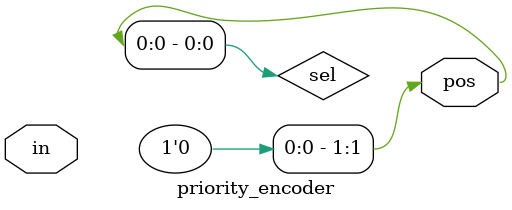
<source format=v>
module priority_encoder( 
input [2:0] in,
output reg [1:0] pos ); 
// When sel=1, assign b to out
assign pos = sel;
// When sel=0, assign a to out
assign a = ~in[0] & in[1];
// When sel=1, assign b to out
assign b = ~in[0] | in[1];
// When sel=0, assign a to out
assign a = ~in[0] & ~in[1];
// When sel=1, assign b to out
assign b = ~in[0] | ~in[1];
// When sel=0, assign a to out
assign a = ~in[0] & in[1];
// When sel=1, assign b to out
assign b = ~in[0] | in[1];
// When sel=0, assign a to out
assign a = ~in[0] & ~in[1];
endmodule

</source>
